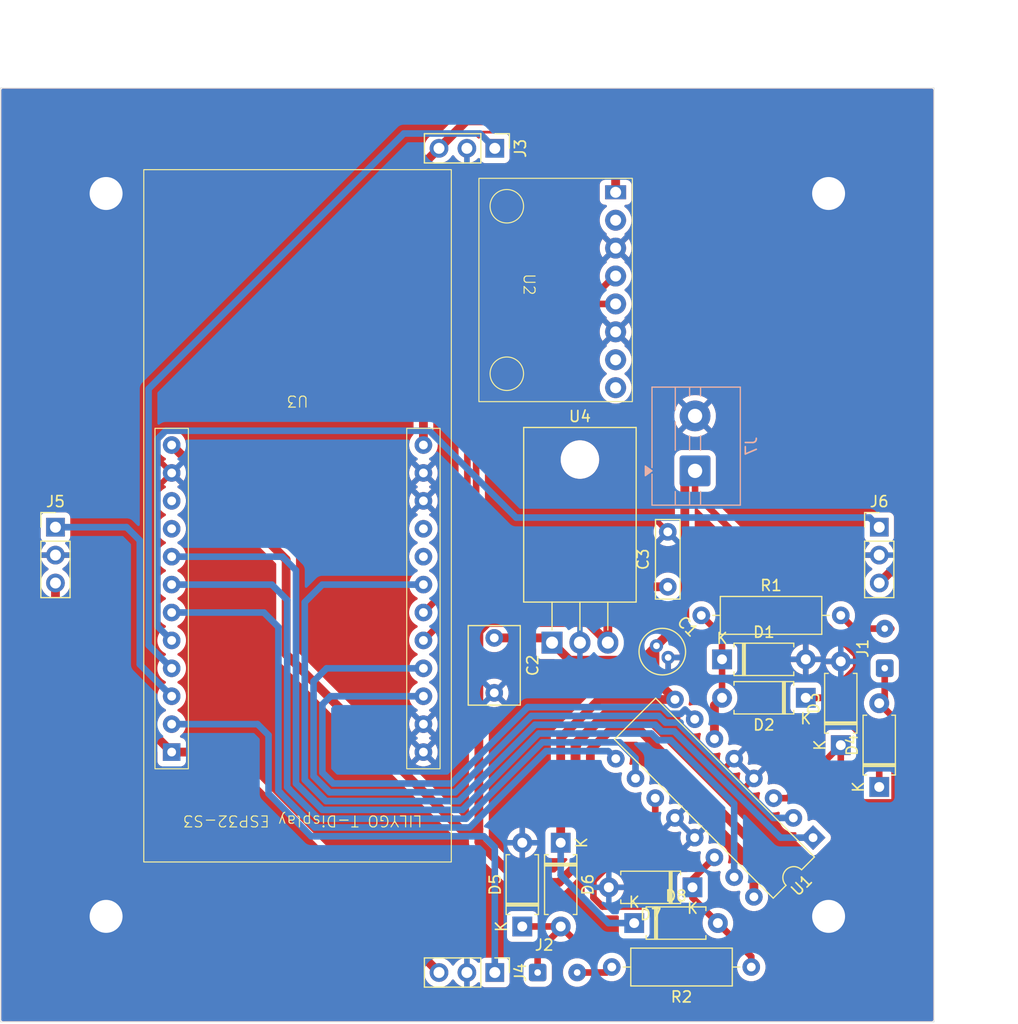
<source format=kicad_pcb>
(kicad_pcb (version 20241229) (generator "pcbnew") (generator_version "9.0")
  (layers (0 "F.Cu" signal) (2 "B.Cu" signal) (13 "F.Paste" user) (15 "B.Paste" user) (5 "F.SilkS" user "F.Silkscreen") (7 "B.SilkS" user "B.Silkscreen") (1 "F.Mask" user) (3 "B.Mask" user) (25 "Edge.Cuts" user))
  (net 0 "")
  (net 1 "/LDR.Forward")
  (net 2 "/LDR.Back")
  (net 3 "/LDR.Left")
  (net 4 "/LDR.Right")
  (net 5 "GND")
  (net 6 "VCC")
  (net 7 "Net-(D1-K)")
  (net 8 "Net-(D3-K)")
  (net 9 "Net-(D5-K)")
  (net 10 "Net-(D7-K)")
  (net 11 "Net-(J1-Pin_2)")
  (net 12 "Net-(J2-Pin_2)")
  (net 13 "+5V")
  (net 14 "/ACS_mag/mag2.CCW")
  (net 15 "/ACS_mag/mag1.CW")
  (net 16 "/ACS_mag/mag2.CW")
  (net 17 "/ACS_mag/mag2.EN")
  (net 18 "/ESP32/SDA")
  (net 21 "/ACS_mag/mag1.EN")
  (net 23 "+3.3V")
  (net 24 "/ACS_mag/mag1.CCW")
  (net 25 "/ESP32/SCL")
  (footprint "Capacitor_THT:C_Rect_L7.0mm_W4.5mm_P5.00mm" (layer "F.Cu") (at 129.45 107.55 -90)
    (property "Reference" "C2" (at 2.5 -3.5 270) (layer "F.SilkS"))
    (property "Value" "0.47uF")
    (fp_line (start -1.12 2.37) (end 6.12 2.37) (stroke (width 0.12)) (layer "F.SilkS"))
    (fp_line (start -1.12 -2.37) (end -1.12 2.37) (stroke (width 0.12)) (layer "F.SilkS"))
    (fp_line (start -1.12 -2.37) (end 6.12 -2.37) (stroke (width 0.12)) (layer "F.SilkS"))
    (fp_line (start 6.12 -2.37) (end 6.12 2.37) (stroke (width 0.12)) (layer "F.SilkS"))
    (pad "1" thru_hole circle (at 0 0 270) (size 1.6 1.6) (drill 0.8) (layers "*.Cu" "*.Mask") (net 6 "VCC"))
    (pad "2" thru_hole circle (at 5 0 270) (size 1.6 1.6) (drill 0.8) (layers "*.Cu" "*.Mask") (net 5 "GND"))
  )
  (footprint "Connector_Wire:SolderWire-0.1sqmm_1x02_P3.6mm_D0.4mm_OD1mm" (layer "F.Cu") (at 133.4 138)
    (property "Reference" "J2" (at 0.6 -2.5 0) (layer "F.SilkS"))
    (property "Value" "Conn_01x02")
    (pad "1" thru_hole roundrect (at 0 0) (size 1.6 1.6) (drill 0.6) (layers "*.Cu" "*.Mask") (roundrect_rratio 0.15625) (net 9 "Net-(D5-K)"))
    (pad "2" thru_hole circle (at 3.6 0) (size 1.6 1.6) (drill 0.6) (layers "*.Cu" "*.Mask") (net 12 "Net-(J2-Pin_2)"))
  )
  (footprint "Connector_Wire:SolderWire-0.1sqmm_1x02_P3.6mm_D0.4mm_OD1mm" (layer "F.Cu") (at 165 110.305 90)
    (property "Reference" "J1" (at 1.8 -2 90) (layer "F.SilkS"))
    (property "Value" "Conn_01x02")
    (pad "1" thru_hole roundrect (at 0 0 90) (size 1.6 1.6) (drill 0.6) (layers "*.Cu" "*.Mask") (roundrect_rratio 0.15625) (net 8 "Net-(D3-K)"))
    (pad "2" thru_hole circle (at 3.6 0 90) (size 1.6 1.6) (drill 0.6) (layers "*.Cu" "*.Mask") (net 11 "Net-(J1-Pin_2)"))
  )
  (footprint "Connector_PinHeader_2.54mm:PinHeader_1x03_P2.54mm_Vertical" (layer "F.Cu") (at 129.5 63 -90)
    (property "Reference" "J3" (at 0 -2.33 90) (layer "F.SilkS"))
    (property "Value" "Conn_01x03")
    (fp_line (start -1.33 6.41) (end 1.33 6.41) (stroke (width 0.12)) (layer "F.SilkS"))
    (fp_line (start -1.33 1.27) (end -1.33 6.41) (stroke (width 0.12)) (layer "F.SilkS"))
    (fp_line (start -1.33 1.27) (end 1.33 1.27) (stroke (width 0.12)) (layer "F.SilkS"))
    (fp_line (start 1.33 1.27) (end 1.33 6.41) (stroke (width 0.12)) (layer "F.SilkS"))
    (fp_line (start -1.33 0) (end -1.33 -1.33) (stroke (width 0.12)) (layer "F.SilkS"))
    (fp_line (start -1.33 -1.33) (end 0 -1.33) (stroke (width 0.12)) (layer "F.SilkS"))
    (pad "1" thru_hole rect (at 0 0 270) (size 1.7 1.7) (drill 1) (layers "*.Cu" "*.Mask") (net 1 "/LDR.Forward"))
    (pad "2" thru_hole oval (at 0 2.54 270) (size 1.7 1.7) (drill 1) (layers "*.Cu" "*.Mask") (net 5 "GND"))
    (pad "3" thru_hole oval (at 0 5.08 270) (size 1.7 1.7) (drill 1) (layers "*.Cu" "*.Mask") (net 23 "+3.3V"))
  )
  (footprint "Diode_THT:D_A-405_P7.62mm_Horizontal" (layer "F.Cu") (at 142.19 133.5)
    (property "Reference" "D8" (at 3.81 -2.47 0) (layer "F.SilkS"))
    (property "Value" "D")
    (fp_line (start 1.09 -1.47) (end 6.53 -1.47) (stroke (width 0.12)) (layer "F.SilkS"))
    (fp_line (start 1.09 -1.14) (end 1.09 -1.47) (stroke (width 0.12)) (layer "F.SilkS"))
    (fp_line (start 1.09 1.14) (end 1.09 1.47) (stroke (width 0.12)) (layer "F.SilkS"))
    (fp_line (start 1.09 1.47) (end 6.53 1.47) (stroke (width 0.12)) (layer "F.SilkS"))
    (fp_line (start 1.87 -1.47) (end 1.87 1.47) (stroke (width 0.12)) (layer "F.SilkS"))
    (fp_line (start 1.99 -1.47) (end 1.99 1.47) (stroke (width 0.12)) (layer "F.SilkS"))
    (fp_line (start 2.11 -1.47) (end 2.11 1.47) (stroke (width 0.12)) (layer "F.SilkS"))
    (fp_line (start 6.53 -1.47) (end 6.53 -1.14) (stroke (width 0.12)) (layer "F.SilkS"))
    (fp_line (start 6.53 1.47) (end 6.53 1.14) (stroke (width 0.12)) (layer "F.SilkS"))
    (fp_text user "K" (at 0 -1.9 0) (layer "F.SilkS"))
    (pad "1" thru_hole rect (at 0 0) (size 1.8 1.8) (drill 0.9) (layers "*.Cu" "*.Mask") (net 6 "VCC"))
    (pad "2" thru_hole oval (at 7.62 0) (size 1.8 1.8) (drill 0.9) (layers "*.Cu" "*.Mask") (net 10 "Net-(D7-K)"))
  )
  (footprint "Connector_PinHeader_2.54mm:PinHeader_1x03_P2.54mm_Vertical" (layer "F.Cu") (at 89.5 97.475)
    (property "Reference" "J5" (at 0 -2.33 0) (layer "F.SilkS"))
    (property "Value" "Conn_01x03")
    (fp_line (start -1.33 -1.33) (end 0 -1.33) (stroke (width 0.12)) (layer "F.SilkS"))
    (fp_line (start -1.33 0) (end -1.33 -1.33) (stroke (width 0.12)) (layer "F.SilkS"))
    (fp_line (start -1.33 1.27) (end -1.33 6.41) (stroke (width 0.12)) (layer "F.SilkS"))
    (fp_line (start -1.33 1.27) (end 1.33 1.27) (stroke (width 0.12)) (layer "F.SilkS"))
    (fp_line (start -1.33 6.41) (end 1.33 6.41) (stroke (width 0.12)) (layer "F.SilkS"))
    (fp_line (start 1.33 1.27) (end 1.33 6.41) (stroke (width 0.12)) (layer "F.SilkS"))
    (pad "1" thru_hole rect (at 0 0) (size 1.7 1.7) (drill 1) (layers "*.Cu" "*.Mask") (net 3 "/LDR.Left"))
    (pad "2" thru_hole oval (at 0 2.54) (size 1.7 1.7) (drill 1) (layers "*.Cu" "*.Mask") (net 5 "GND"))
    (pad "3" thru_hole oval (at 0 5.08) (size 1.7 1.7) (drill 1) (layers "*.Cu" "*.Mask") (net 23 "+3.3V"))
  )
  (footprint "Diode_THT:D_A-405_P7.62mm_Horizontal" (layer "F.Cu") (at 135.5 126.19 -90)
    (property "Reference" "D6" (at 3.81 -2.47 90) (layer "F.SilkS"))
    (property "Value" "D")
    (fp_line (start 1.09 1.47) (end 6.53 1.47) (stroke (width 0.12)) (layer "F.SilkS"))
    (fp_line (start 6.53 1.47) (end 6.53 1.14) (stroke (width 0.12)) (layer "F.SilkS"))
    (fp_line (start 1.09 1.14) (end 1.09 1.47) (stroke (width 0.12)) (layer "F.SilkS"))
    (fp_line (start 1.09 -1.14) (end 1.09 -1.47) (stroke (width 0.12)) (layer "F.SilkS"))
    (fp_line (start 1.09 -1.47) (end 6.53 -1.47) (stroke (width 0.12)) (layer "F.SilkS"))
    (fp_line (start 1.87 -1.47) (end 1.87 1.47) (stroke (width 0.12)) (layer "F.SilkS"))
    (fp_line (start 1.99 -1.47) (end 1.99 1.47) (stroke (width 0.12)) (layer "F.SilkS"))
    (fp_line (start 2.11 -1.47) (end 2.11 1.47) (stroke (width 0.12)) (layer "F.SilkS"))
    (fp_line (start 6.53 -1.47) (end 6.53 -1.14) (stroke (width 0.12)) (layer "F.SilkS"))
    (fp_text user "K" (at 0 -1.9 90) (layer "F.SilkS"))
    (pad "1" thru_hole rect (at 0 0 270) (size 1.8 1.8) (drill 0.9) (layers "*.Cu" "*.Mask") (net 6 "VCC"))
    (pad "2" thru_hole oval (at 7.62 0 270) (size 1.8 1.8) (drill 0.9) (layers "*.Cu" "*.Mask") (net 9 "Net-(D5-K)"))
  )
  (footprint "Diode_THT:D_A-405_P7.62mm_Horizontal" (layer "F.Cu") (at 150.19 109.5)
    (property "Reference" "D1" (at 3.81 -2.47 0) (layer "F.SilkS"))
    (property "Value" "D")
    (fp_line (start 1.09 -1.47) (end 6.53 -1.47) (stroke (width 0.12)) (layer "F.SilkS"))
    (fp_line (start 1.09 -1.14) (end 1.09 -1.47) (stroke (width 0.12)) (layer "F.SilkS"))
    (fp_line (start 1.09 1.14) (end 1.09 1.47) (stroke (width 0.12)) (layer "F.SilkS"))
    (fp_line (start 1.09 1.47) (end 6.53 1.47) (stroke (width 0.12)) (layer "F.SilkS"))
    (fp_line (start 1.87 -1.47) (end 1.87 1.47) (stroke (width 0.12)) (layer "F.SilkS"))
    (fp_line (start 1.99 -1.47) (end 1.99 1.47) (stroke (width 0.12)) (layer "F.SilkS"))
    (fp_line (start 2.11 -1.47) (end 2.11 1.47) (stroke (width 0.12)) (layer "F.SilkS"))
    (fp_line (start 6.53 -1.47) (end 6.53 -1.14) (stroke (width 0.12)) (layer "F.SilkS"))
    (fp_line (start 6.53 1.47) (end 6.53 1.14) (stroke (width 0.12)) (layer "F.SilkS"))
    (fp_text user "K" (at 0 -1.9 0) (layer "F.SilkS"))
    (pad "1" thru_hole rect (at 0 0) (size 1.8 1.8) (drill 0.9) (layers "*.Cu" "*.Mask") (net 7 "Net-(D1-K)"))
    (pad "2" thru_hole oval (at 7.62 0) (size 1.8 1.8) (drill 0.9) (layers "*.Cu" "*.Mask") (net 5 "GND"))
  )
  (footprint "Diode_THT:D_A-405_P7.62mm_Horizontal" (layer "F.Cu") (at 164.5 121.115 90)
    (property "Reference" "D4" (at 3.81 -2.47 90) (layer "F.SilkS"))
    (property "Value" "D")
    (fp_line (start 6.53 -1.47) (end 6.53 -1.14) (stroke (width 0.12)) (layer "F.SilkS"))
    (fp_line (start 2.11 -1.47) (end 2.11 1.47) (stroke (width 0.12)) (layer "F.SilkS"))
    (fp_line (start 1.99 -1.47) (end 1.99 1.47) (stroke (width 0.12)) (layer "F.SilkS"))
    (fp_line (start 1.87 -1.47) (end 1.87 1.47) (stroke (width 0.12)) (layer "F.SilkS"))
    (fp_line (start 1.09 -1.47) (end 6.53 -1.47) (stroke (width 0.12)) (layer "F.SilkS"))
    (fp_line (start 1.09 -1.14) (end 1.09 -1.47) (stroke (width 0.12)) (layer "F.SilkS"))
    (fp_line (start 1.09 1.14) (end 1.09 1.47) (stroke (width 0.12)) (layer "F.SilkS"))
    (fp_line (start 6.53 1.47) (end 6.53 1.14) (stroke (width 0.12)) (layer "F.SilkS"))
    (fp_line (start 1.09 1.47) (end 6.53 1.47) (stroke (width 0.12)) (layer "F.SilkS"))
    (fp_text user "K" (at 0 -1.9 90) (layer "F.SilkS"))
    (pad "1" thru_hole rect (at 0 0 90) (size 1.8 1.8) (drill 0.9) (layers "*.Cu" "*.Mask") (net 6 "VCC"))
    (pad "2" thru_hole oval (at 7.62 0 90) (size 1.8 1.8) (drill 0.9) (layers "*.Cu" "*.Mask") (net 8 "Net-(D3-K)"))
  )
  (footprint "Diode_THT:D_A-405_P7.62mm_Horizontal" (layer "F.Cu") (at 132 133.81 90)
    (property "Reference" "D5" (at 3.81 -2.47 90) (layer "F.SilkS"))
    (property "Value" "D")
    (fp_line (start 6.53 -1.47) (end 6.53 -1.14) (stroke (width 0.12)) (layer "F.SilkS"))
    (fp_line (start 2.11 -1.47) (end 2.11 1.47) (stroke (width 0.12)) (layer "F.SilkS"))
    (fp_line (start 1.99 -1.47) (end 1.99 1.47) (stroke (width 0.12)) (layer "F.SilkS"))
    (fp_line (start 1.87 -1.47) (end 1.87 1.47) (stroke (width 0.12)) (layer "F.SilkS"))
    (fp_line (start 1.09 -1.47) (end 6.53 -1.47) (stroke (width 0.12)) (layer "F.SilkS"))
    (fp_line (start 1.09 -1.14) (end 1.09 -1.47) (stroke (width 0.12)) (layer "F.SilkS"))
    (fp_line (start 1.09 1.14) (end 1.09 1.47) (stroke (width 0.12)) (layer "F.SilkS"))
    (fp_line (start 6.53 1.47) (end 6.53 1.14) (stroke (width 0.12)) (layer "F.SilkS"))
    (fp_line (start 1.09 1.47) (end 6.53 1.47) (stroke (width 0.12)) (layer "F.SilkS"))
    (fp_text user "K" (at 0 -1.9 90) (layer "F.SilkS"))
    (pad "1" thru_hole rect (at 0 0 90) (size 1.8 1.8) (drill 0.9) (layers "*.Cu" "*.Mask") (net 9 "Net-(D5-K)"))
    (pad "2" thru_hole oval (at 7.62 0 90) (size 1.8 1.8) (drill 0.9) (layers "*.Cu" "*.Mask") (net 5 "GND"))
  )
  (footprint "Diode_THT:D_A-405_P7.62mm_Horizontal" (layer "F.Cu") (at 147.5 130.25 180)
    (property "Reference" "D7" (at 3.81 -2.47 0) (layer "F.SilkS"))
    (property "Value" "D")
    (fp_line (start 6.53 1.47) (end 6.53 1.14) (stroke (width 0.12)) (layer "F.SilkS"))
    (fp_line (start 6.53 -1.47) (end 6.53 -1.14) (stroke (width 0.12)) (layer "F.SilkS"))
    (fp_line (start 2.11 -1.47) (end 2.11 1.47) (stroke (width 0.12)) (layer "F.SilkS"))
    (fp_line (start 1.99 -1.47) (end 1.99 1.47) (stroke (width 0.12)) (layer "F.SilkS"))
    (fp_line (start 1.87 -1.47) (end 1.87 1.47) (stroke (width 0.12)) (layer "F.SilkS"))
    (fp_line (start 1.09 1.47) (end 6.53 1.47) (stroke (width 0.12)) (layer "F.SilkS"))
    (fp_line (start 1.09 1.14) (end 1.09 1.47) (stroke (width 0.12)) (layer "F.SilkS"))
    (fp_line (start 1.09 -1.14) (end 1.09 -1.47) (stroke (width 0.12)) (layer "F.SilkS"))
    (fp_line (start 1.09 -1.47) (end 6.53 -1.47) (stroke (width 0.12)) (layer "F.SilkS"))
    (fp_text user "K" (at 0 -1.9 0) (layer "F.SilkS"))
    (pad "1" thru_hole rect (at 0 0 180) (size 1.8 1.8) (drill 0.9) (layers "*.Cu" "*.Mask") (net 10 "Net-(D7-K)"))
    (pad "2" thru_hole oval (at 7.62 0 180) (size 1.8 1.8) (drill 0.9) (layers "*.Cu" "*.Mask") (net 5 "GND"))
  )
  (footprint "Capacitor_THT:C_Radial_D4.0mm_H5.0mm_P1.50mm" (layer "F.Cu") (at 144.21967 108.26967 -45)
    (property "Reference" "C1" (at 0.75 -3.25 135) (layer "F.SilkS"))
    (property "Value" "C")
    (fp_circle (center 0.75 0) (end 2.869999 0) (stroke (width 0.12)) (fill no) (layer "F.SilkS"))
    (pad "1" thru_hole circle (at 0 0 315) (size 1.2 1.2) (drill 0.6) (layers "*.Cu" "*.Mask") (net 6 "VCC"))
    (pad "2" thru_hole circle (at 1.5 0 315) (size 1.2 1.2) (drill 0.6) (layers "*.Cu" "*.Mask") (net 5 "GND"))
  )
  (footprint "Resistor_THT:R_Axial_DIN0309_L9.0mm_D3.2mm_P12.70mm_Horizontal" (layer "F.Cu") (at 148.3 105.5)
    (property "Reference" "R1" (at 6.35 -2.72 0) (layer "F.SilkS"))
    (property "Value" "2.4 Ω")
    (fp_line (start 1.04 0) (end 1.73 0) (stroke (width 0.12)) (layer "F.SilkS"))
    (fp_line (start 1.73 -1.72) (end 1.73 1.72) (stroke (width 0.12)) (layer "F.SilkS"))
    (fp_line (start 1.73 1.72) (end 10.97 1.72) (stroke (width 0.12)) (layer "F.SilkS"))
    (fp_line (start 10.97 -1.72) (end 1.73 -1.72) (stroke (width 0.12)) (layer "F.SilkS"))
    (fp_line (start 10.97 1.72) (end 10.97 -1.72) (stroke (width 0.12)) (layer "F.SilkS"))
    (fp_line (start 11.66 0) (end 10.97 0) (stroke (width 0.12)) (layer "F.SilkS"))
    (pad "1" thru_hole circle (at 0 0) (size 1.6 1.6) (drill 0.8) (layers "*.Cu" "*.Mask") (net 7 "Net-(D1-K)"))
    (pad "2" thru_hole oval (at 12.7 0) (size 1.6 1.6) (drill 0.8) (layers "*.Cu" "*.Mask") (net 11 "Net-(J1-Pin_2)"))
  )
  (footprint "Capacitor_THT:C_Rect_L7.0mm_W2.0mm_P5.00mm" (layer "F.Cu") (at 145.25 102.9 90)
    (property "Reference" "C3" (at 2.5 -2.25 90) (layer "F.SilkS"))
    (property "Value" "0.1uF")
    (fp_line (start 6.12 -1.12) (end 6.12 1.12) (stroke (width 0.12)) (layer "F.SilkS"))
    (fp_line (start -1.12 -1.12) (end 6.12 -1.12) (stroke (width 0.12)) (layer "F.SilkS"))
    (fp_line (start -1.12 -1.12) (end -1.12 1.12) (stroke (width 0.12)) (layer "F.SilkS"))
    (fp_line (start -1.12 1.12) (end 6.12 1.12) (stroke (width 0.12)) (layer "F.SilkS"))
    (pad "1" thru_hole circle (at 0 0 90) (size 1.6 1.6) (drill 0.8) (layers "*.Cu" "*.Mask") (net 13 "+5V"))
    (pad "2" thru_hole circle (at 5 0 90) (size 1.6 1.6) (drill 0.8) (layers "*.Cu" "*.Mask") (net 5 "GND"))
  )
  (footprint "Connector_PinHeader_2.54mm:PinHeader_1x03_P2.54mm_Vertical" (layer "F.Cu") (at 164.5 97.475)
    (property "Reference" "J6" (at 0 -2.33 0) (layer "F.SilkS"))
    (property "Value" "Conn_01x03")
    (fp_line (start -1.33 -1.33) (end 0 -1.33) (stroke (width 0.12)) (layer "F.SilkS"))
    (fp_line (start -1.33 0) (end -1.33 -1.33) (stroke (width 0.12)) (layer "F.SilkS"))
    (fp_line (start -1.33 1.27) (end -1.33 6.41) (stroke (width 0.12)) (layer "F.SilkS"))
    (fp_line (start -1.33 1.27) (end 1.33 1.27) (stroke (width 0.12)) (layer "F.SilkS"))
    (fp_line (start -1.33 6.41) (end 1.33 6.41) (stroke (width 0.12)) (layer "F.SilkS"))
    (fp_line (start 1.33 1.27) (end 1.33 6.41) (stroke (width 0.12)) (layer "F.SilkS"))
    (pad "1" thru_hole rect (at 0 0) (size 1.7 1.7) (drill 1) (layers "*.Cu" "*.Mask") (net 4 "/LDR.Right"))
    (pad "2" thru_hole oval (at 0 2.54) (size 1.7 1.7) (drill 1) (layers "*.Cu" "*.Mask") (net 5 "GND"))
    (pad "3" thru_hole oval (at 0 5.08) (size 1.7 1.7) (drill 1) (layers "*.Cu" "*.Mask") (net 23 "+3.3V"))
  )
  (footprint "Diode_THT:D_A-405_P7.62mm_Horizontal" (layer "F.Cu") (at 161 117.31 90)
    (property "Reference" "D3" (at 3.81 -2.47 90) (layer "F.SilkS"))
    (property "Value" "D")
    (fp_line (start 6.53 -1.47) (end 6.53 -1.14) (stroke (width 0.12)) (layer "F.SilkS"))
    (fp_line (start 2.11 -1.47) (end 2.11 1.47) (stroke (width 0.12)) (layer "F.SilkS"))
    (fp_line (start 1.99 -1.47) (end 1.99 1.47) (stroke (width 0.12)) (layer "F.SilkS"))
    (fp_line (start 1.87 -1.47) (end 1.87 1.47) (stroke (width 0.12)) (layer "F.SilkS"))
    (fp_line (start 1.09 -1.47) (end 6.53 -1.47) (stroke (width 0.12)) (layer "F.SilkS"))
    (fp_line (start 1.09 -1.14) (end 1.09 -1.47) (stroke (width 0.12)) (layer "F.SilkS"))
    (fp_line (start 1.09 1.14) (end 1.09 1.47) (stroke (width 0.12)) (layer "F.SilkS"))
    (fp_line (start 6.53 1.47) (end 6.53 1.14) (stroke (width 0.12)) (layer "F.SilkS"))
    (fp_line (start 1.09 1.47) (end 6.53 1.47) (stroke (width 0.12)) (layer "F.SilkS"))
    (fp_text user "K" (at 0 -1.9 90) (layer "F.SilkS"))
    (pad "1" thru_hole rect (at 0 0 90) (size 1.8 1.8) (drill 0.9) (layers "*.Cu" "*.Mask") (net 8 "Net-(D3-K)"))
    (pad "2" thru_hole oval (at 7.62 0 90) (size 1.8 1.8) (drill 0.9) (layers "*.Cu" "*.Mask") (net 5 "GND"))
  )
  (footprint "Connector_PinHeader_2.54mm:PinHeader_1x03_P2.54mm_Vertical" (layer "F.Cu") (at 129.5 138 -90)
    (property "Reference" "J4" (at 0 -2.33 90) (layer "F.SilkS"))
    (property "Value" "Conn_01x03")
    (fp_line (start -1.33 6.41) (end 1.33 6.41) (stroke (width 0.12)) (layer "F.SilkS"))
    (fp_line (start -1.33 1.27) (end -1.33 6.41) (stroke (width 0.12)) (layer "F.SilkS"))
    (fp_line (start -1.33 1.27) (end 1.33 1.27) (stroke (width 0.12)) (layer "F.SilkS"))
    (fp_line (start 1.33 1.27) (end 1.33 6.41) (stroke (width 0.12)) (layer "F.SilkS"))
    (fp_line (start -1.33 0) (end -1.33 -1.33) (stroke (width 0.12)) (layer "F.SilkS"))
    (fp_line (start -1.33 -1.33) (end 0 -1.33) (stroke (width 0.12)) (layer "F.SilkS"))
    (pad "1" thru_hole rect (at 0 0 270) (size 1.7 1.7) (drill 1) (layers "*.Cu" "*.Mask") (net 2 "/LDR.Back"))
    (pad "2" thru_hole oval (at 0 2.54 270) (size 1.7 1.7) (drill 1) (layers "*.Cu" "*.Mask") (net 5 "GND"))
    (pad "3" thru_hole oval (at 0 5.08 270) (size 1.7 1.7) (drill 1) (layers "*.Cu" "*.Mask") (net 23 "+3.3V"))
  )
  (footprint "Diode_THT:D_A-405_P7.62mm_Horizontal" (layer "F.Cu") (at 157.81 113 180)
    (property "Reference" "D2" (at 3.81 -2.47 0) (layer "F.SilkS"))
    (property "Value" "D")
    (fp_line (start 6.53 1.47) (end 6.53 1.14) (stroke (width 0.12)) (layer "F.SilkS"))
    (fp_line (start 6.53 -1.47) (end 6.53 -1.14) (stroke (width 0.12)) (layer "F.SilkS"))
    (fp_line (start 2.11 -1.47) (end 2.11 1.47) (stroke (width 0.12)) (layer "F.SilkS"))
    (fp_line (start 1.99 -1.47) (end 1.99 1.47) (stroke (width 0.12)) (layer "F.SilkS"))
    (fp_line (start 1.87 -1.47) (end 1.87 1.47) (stroke (width 0.12)) (layer "F.SilkS"))
    (fp_line (start 1.09 1.47) (end 6.53 1.47) (stroke (width 0.12)) (layer "F.SilkS"))
    (fp_line (start 1.09 1.14) (end 1.09 1.47) (stroke (width 0.12)) (layer "F.SilkS"))
    (fp_line (start 1.09 -1.14) (end 1.09 -1.47) (stroke (width 0.12)) (layer "F.SilkS"))
    (fp_line (start 1.09 -1.47) (end 6.53 -1.47) (stroke (width 0.12)) (layer "F.SilkS"))
    (fp_text user "K" (at 0 -1.9 0) (layer "F.SilkS"))
    (pad "1" thru_hole rect (at 0 0 180) (size 1.8 1.8) (drill 0.9) (layers "*.Cu" "*.Mask") (net 6 "VCC"))
    (pad "2" thru_hole oval (at 7.62 0 180) (size 1.8 1.8) (drill 0.9) (layers "*.Cu" "*.Mask") (net 7 "Net-(D1-K)"))
  )
  (footprint "Package_TO_SOT_THT:TO-220-3_Horizontal_TabDown" (layer "F.Cu") (at 134.71 107.98)
    (property "Reference" "U4" (at 2.54 -20.58 0) (layer "F.SilkS"))
    (property "Value" "L7805")
    (fp_line (start -2.58 -19.58) (end -2.58 -3.69) (stroke (width 0.12)) (layer "F.SilkS"))
    (fp_line (start -2.58 -19.58) (end 7.66 -19.58) (stroke (width 0.12)) (layer "F.SilkS"))
    (fp_line (start -2.58 -3.69) (end 7.66 -3.69) (stroke (width 0.12)) (layer "F.SilkS"))
    (fp_line (start 0 -3.69) (end 0 -1.15) (stroke (width 0.12)) (layer "F.SilkS"))
    (fp_line (start 2.54 -3.69) (end 2.54 -1.15) (stroke (width 0.12)) (layer "F.SilkS"))
    (fp_line (start 5.08 -3.69) (end 5.08 -1.15) (stroke (width 0.12)) (layer "F.SilkS"))
    (fp_line (start 7.66 -19.58) (end 7.66 -3.69) (stroke (width 0.12)) (layer "F.SilkS"))
    (pad "" np_thru_hole circle (at 2.54 -16.66) (size 3.5 3.5) (drill 3.5) (layers "*.Cu" "*.Mask"))
    (pad "1" thru_hole rect (at 0 0) (size 1.905 2) (drill 1.1) (layers "*.Cu" "*.Mask") (net 6 "VCC"))
    (pad "2" thru_hole oval (at 2.54 0) (size 1.905 2) (drill 1.1) (layers "*.Cu" "*.Mask") (net 5 "GND"))
    (pad "3" thru_hole oval (at 5.08 0) (size 1.905 2) (drill 1.1) (layers "*.Cu" "*.Mask") (net 13 "+5V"))
  )
  (footprint "ESP32_boards:LILYGO_T-Display_ESP32-S3" (layer "F.Cu") (at 111.54 127.94 180)
    (property "Reference" "U3" (at 0 41.934 180) (layer "F.SilkS") (effects (font (thickness 0.1))))
    (property "Value" "~")
    (fp_poly (pts (xy 9.939999 8.479999) (xy 12.980001 8.480001) (xy 12.98 39.460001) (xy 9.94 39.46)) (stroke (width 0.1)) (fill no) (layer "F.SilkS"))
    (fp_poly (pts (xy -9.94 8.48) (xy -12.980001 8.48) (xy -12.98 39.460001) (xy -9.94 39.46)) (stroke (width 0.1)) (fill no) (layer "F.SilkS"))
    (fp_poly (pts (xy -14 0) (xy 14 0) (xy 13.999999 63) (xy -14 63)) (stroke (width 0.1)) (fill no) (layer "F.SilkS"))
    (fp_text user "LILYGO T-Display ESP32-S3" (at -11.43 4.318001 180) (layer "F.SilkS") (effects (font (thickness 0.1)) (justify left bottom)))
    (pad "1" thru_hole rect (at 11.46 10 180) (size 1.6 1.6) (drill 0.8) (layers "*.Cu" "*.Mask") (net 23 "+3.3V"))
    (pad "2" thru_hole circle (at 11.46 12.54 180) (size 1.6 1.6) (drill 0.8) (layers "*.Cu" "*.Mask") (net 2 "/LDR.Back"))
    (pad "3" thru_hole circle (at 11.459999 15.080001 180) (size 1.6 1.6) (drill 0.8) (layers "*.Cu" "*.Mask") (net 3 "/LDR.Left"))
    (pad "4" thru_hole circle (at 11.46 17.62 180) (size 1.6 1.6) (drill 0.8) (layers "*.Cu" "*.Mask") (net 1 "/LDR.Forward"))
    (pad "5" thru_hole circle (at 11.46 20.16 180) (size 1.6 1.6) (drill 0.8) (layers "*.Cu" "*.Mask") (net 4 "/LDR.Right"))
    (pad "6" thru_hole circle (at 11.46 22.7 180) (size 1.6 1.6) (drill 0.8) (layers "*.Cu" "*.Mask") (net 17 "/ACS_mag/mag2.EN"))
    (pad "7" thru_hole circle (at 11.46 25.24 180) (size 1.6 1.6) (drill 0.8) (layers "*.Cu" "*.Mask") (net 14 "/ACS_mag/mag2.CCW"))
    (pad "8" thru_hole circle (at 11.46 27.78 180) (size 1.6 1.6) (drill 0.8) (layers "*.Cu" "*.Mask") (net 16 "/ACS_mag/mag2.CW"))
    (pad "9" thru_hole circle (at 11.46 30.32 180) (size 1.6 1.6) (drill 0.8) (layers "*.Cu" "*.Mask"))
    (pad "10" thru_hole circle (at 11.46 32.86 180) (size 1.6 1.6) (drill 0.8) (layers "*.Cu" "*.Mask"))
    (pad "11" thru_hole circle (at 11.46 35.4 180) (size 1.6 1.6) (drill 0.8) (layers "*.Cu" "*.Mask") (net 5 "GND"))
    (pad "12" thru_hole circle (at 11.46 37.94 180) (size 1.6 1.6) (drill 0.8) (layers "*.Cu" "*.Mask") (net 13 "+5V"))
    (pad "13" thru_hole circle (at -11.46 10 180) (size 1.6 1.6) (drill 0.8) (layers "*.Cu" "*.Mask") (net 5 "GND"))
    (pad "14" thru_hole circle (at -11.46 12.54 180) (size 1.6 1.6) (drill 0.8) (layers "*.Cu" "*.Mask") (net 5 "GND"))
    (pad "15" thru_hole circle (at -11.46 15.08 180) (size 1.6 1.6) (drill 0.8) (layers "*.Cu" "*.Mask") (net 15 "/ACS_mag/mag1.CW"))
    (pad "16" thru_hole circle (at -11.46 17.62 180) (size 1.6 1.6) (drill 0.8) (layers "*.Cu" "*.Mask") (net 24 "/ACS_mag/mag1.CCW"))
    (pad "17" thru_hole circle (at -11.46 20.16 180) (size 1.6 1.6) (drill 0.8) (layers "*.Cu" "*.Mask") (net 18 "/ESP32/SDA"))
    (pad "18" thru_hole circle (at -11.46 22.7 180) (size 1.6 1.6) (drill 0.8) (layers "*.Cu" "*.Mask") (net 25 "/ESP32/SCL"))
    (pad "19" thru_hole circle (at -11.46 25.24 180) (size 1.6 1.6) (drill 0.8) (layers "*.Cu" "*.Mask") (net 21 "/ACS_mag/mag1.EN"))
    (pad "20" thru_hole circle (at -11.46 27.78 180) (size 1.6 1.6) (drill 0.8) (layers "*.Cu" "*.Mask"))
    (pad "21" thru_hole circle (at -11.46 30.32 180) (size 1.6 1.6) (drill 0.8) (layers "*.Cu" "*.Mask"))
    (pad "22" thru_hole circle (at -11.46 32.860001 180) (size 1.6 1.6) (drill 0.8) (layers "*.Cu" "*.Mask") (net 5 "GND"))
    (pad "23" thru_hole circle (at -11.46 35.4 180) (size 1.6 1.6) (drill 0.8) (layers "*.Cu" "*.Mask") (net 5 "GND"))
    (pad "24" thru_hole circle (at -11.46 37.94 180) (size 1.6 1.6) (drill 0.8) (layers "*.Cu" "*.Mask") (net 23 "+3.3V"))
  )
  (footprint "Package_DIP:DIP-16_W7.62mm" (layer "F.Cu") (at 158.476307 125.726307 -135)
    (property "Reference" "U1" (at 3.81 -2.33 45) (layer "F.SilkS"))
    (property "Value" "L293")
    (fp_line (start 6.46 19.11) (end 6.46 -1.33) (stroke (width 0.12)) (layer "F.SilkS"))
    (fp_line (start 1.159999 19.11) (end 6.46 19.11) (stroke (width 0.12)) (layer "F.SilkS"))
    (fp_line (start 6.46 -1.33) (end 4.810001 -1.33) (stroke (width 0.12)) (layer "F.SilkS"))
    (fp_line (start 2.81 -1.33) (end 1.16 -1.33) (stroke (width 0.12)) (layer "F.SilkS"))
    (fp_line (start 1.16 -1.33) (end 1.159999 19.11) (stroke (width 0.12)) (layer "F.SilkS"))
    (fp_arc (start 4.810001 -1.33) (mid 3.81 -0.33) (end 2.81 -1.33) (stroke (width 0.12)) (layer "F.SilkS"))
    (pad "1" thru_hole rect (at 0 0 225) (size 1.6 1.6) (drill 0.8) (layers "*.Cu" "*.Mask") (net 21 "/ACS_mag/mag1.EN"))
    (pad "2" thru_hole oval (at 0 2.54 225) (size 1.6 1.6) (drill 0.8) (layers "*.Cu" "*.Mask") (net 24 "/ACS_mag/mag1.CCW"))
    (pad "3" thru_hole oval (at 0 5.079999 225) (size 1.6 1.6) (drill 0.8) (layers "*.Cu" "*.Mask") (net 8 "Net-(D3-K)"))
    (pad "4" thru_hole oval (at 0 7.62 225) (size 1.6 1.6) (drill 0.8) (layers "*.Cu" "*.Mask") (net 5 "GND"))
    (pad "5" thru_hole oval (at 0 10.16 225) (size 1.6 1.6) (drill 0.8) (layers "*.Cu" "*.Mask") (net 5 "GND"))
    (pad "6" thru_hole oval (at 0 12.7 225) (size 1.6 1.6) (drill 0.8) (layers "*.Cu" "*.Mask") (net 7 "Net-(D1-K)"))
    (pad "7" thru_hole oval (at 0 15.24 225) (size 1.6 1.6) (drill 0.8) (layers "*.Cu" "*.Mask") (net 15 "/ACS_mag/mag1.CW"))
    (pad "8" thru_hole oval (at 0 17.780001 225) (size 1.6 1.6) (drill 0.8) (layers "*.Cu" "*.Mask") (net 6 "VCC"))
    (pad "9" thru_hole oval (at 7.62 17.78 225) (size 1.6 1.6) (drill 0.8) (layers "*.Cu" "*.Mask") (net 17 "/ACS_mag/mag2.EN"))
    (pad "10" thru_hole oval (at 7.62 15.24 225) (size 1.6 1.6) (drill 0.8) (layers "*.Cu" "*.Mask") (net 14 "/ACS_mag/mag2.CCW"))
    (pad "11" thru_hole oval (at 7.62 12.7 225) (size 1.6 1.6) (drill 0.8) (layers "*.Cu" "*.Mask") (net 9 "Net-(D5-K)"))
    (pad "12" thru_hole oval (at 7.62 10.16 225) (size 1.6 1.6) (drill 0.8) (layers "*.Cu" "*.Mask") (net 5 "GND"))
    (pad "13" thru_hole oval (at 7.62 7.62 225) (size 1.6 1.6) (drill 0.8) (layers "*.Cu" "*.Mask") (net 5 "GND"))
    (pad "14" thru_hole oval (at 7.62 5.08 225) (size 1.6 1.6) (drill 0.8) (layers "*.Cu" "*.Mask") (net 10 "Net-(D7-K)"))
    (pad "15" thru_hole oval (at 7.62 2.54 225) (size 1.6 1.6) (drill 0.8) (layers "*.Cu" "*.Mask") (net 16 "/ACS_mag/mag2.CW"))
    (pad "16" thru_hole oval (at 7.62 0 225) (size 1.6 1.6) (drill 0.8) (layers "*.Cu" "*.Mask") (net 13 "+5V"))
  )
  (footprint "Resistor_THT:R_Axial_DIN0309_L9.0mm_D3.2mm_P12.70mm_Horizontal" (layer "F.Cu") (at 152.85 137.5 180)
    (property "Reference" "R2" (at 6.35 -2.72 0) (layer "F.SilkS"))
    (property "Value" "2.4 Ω")
    (fp_line (start 11.66 0) (end 10.97 0) (stroke (width 0.12)) (layer "F.SilkS"))
    (fp_line (start 10.97 1.72) (end 10.97 -1.72) (stroke (width 0.12)) (layer "F.SilkS"))
    (fp_line (start 10.97 -1.72) (end 1.73 -1.72) (stroke (width 0.12)) (layer "F.SilkS"))
    (fp_line (start 1.73 1.72) (end 10.97 1.72) (stroke (width 0.12)) (layer "F.SilkS"))
    (fp_line (start 1.73 -1.72) (end 1.73 1.72) (stroke (width 0.12)) (layer "F.SilkS"))
    (fp_line (start 1.04 0) (end 1.73 0) (stroke (width 0.12)) (layer "F.SilkS"))
    (pad "1" thru_hole circle (at 0 0 180) (size 1.6 1.6) (drill 0.8) (layers "*.Cu" "*.Mask") (net 10 "Net-(D7-K)"))
    (pad "2" thru_hole oval (at 12.7 0 180) (size 1.6 1.6) (drill 0.8) (layers "*.Cu" "*.Mask") (net 12 "Net-(J2-Pin_2)"))
  )
  (footprint "custom:GY-91" (layer "F.Cu") (at 135.166 75.382)
    (property "Reference" "U2" (at -2.54 0 270) (layer "F.SilkS") (effects (font (thickness 0.1))))
    (property "Value" "~")
    (fp_rect (start -7.112 -9.652) (end 6.858 10.668) (stroke (width 0.1)) (fill no) (layer "F.SilkS"))
    (fp_circle (center -4.572 -7.112) (end -3.048 -7.112) (stroke (width 0.1)) (fill no) (layer "F.SilkS"))
    (fp_circle (center -4.572 8.128) (end -3.048 8.128) (stroke (width 0.1)) (fill no) (layer "F.SilkS"))
    (pad "1" thru_hole rect (at 5.334 -8.382) (size 1.905 1.27) (drill 1) (layers "*.Cu" "*.Mask") (net 23 "+3.3V"))
    (pad "2" thru_hole circle (at 5.334 -5.842) (size 1.905 1.905) (drill 1) (layers "*.Cu" "*.Mask"))
    (pad "3" thru_hole circle (at 5.334 -3.302) (size 1.905 1.905) (drill 1) (layers "*.Cu" "*.Mask") (net 5 "GND"))
    (pad "4" thru_hole circle (at 5.334 -0.762) (size 1.905 1.905) (drill 1) (layers "*.Cu" "*.Mask") (net 25 "/ESP32/SCL"))
    (pad "5" thru_hole circle (at 5.334 1.778) (size 1.905 1.905) (drill 1) (layers "*.Cu" "*.Mask") (net 18 "/ESP32/SDA"))
    (pad "6" thru_hole circle (at 5.334 4.318) (size 1.905 1.905) (drill 1) (layers "*.Cu" "*.Mask") (net 5 "GND"))
    (pad "7" thru_hole circle (at 5.334 6.858) (size 1.905 1.905) (drill 1) (layers "*.Cu" "*.Mask"))
    (pad "8" thru_hole circle (at 5.334 9.398) (size 1.905 1.905) (drill 1) (layers "*.Cu" "*.Mask"))
  )
  (footprint "TerminalBlock:TerminalBlock_MaiXu_MX126-5.0-02P_1x02_P5.00mm" (layer "B.Cu") (at 147.7325 92.35 90)
    (property "Reference" "J7" (at 2.25 5.12 90) (layer "B.SilkS") (effects (justify mirror)))
    (property "Value" "Conn_01x02_Pin")
    (fp_line (start 0.3 -3.92) (end 7.62 -3.92) (stroke (width 0.12)) (layer "B.SilkS"))
    (fp_line (start -3.12 -3.92) (end -0.3 -3.92) (stroke (width 0.12)) (layer "B.SilkS"))
    (fp_line (start 5.543 -1.8) (end 7.62 -1.8) (stroke (width 0.12)) (layer "B.SilkS"))
    (fp_line (start 1.88 -1.8) (end 4.457 -1.8) (stroke (width 0.12)) (layer "B.SilkS"))
    (fp_line (start -3.12 -1.8) (end -1.88 -1.8) (stroke (width 0.12)) (layer "B.SilkS"))
    (fp_line (start 6.812 -0.5) (end 7.62 -0.5) (stroke (width 0.12)) (layer "B.SilkS"))
    (fp_line (start 1.88 -0.5) (end 3.188 -0.5) (stroke (width 0.12)) (layer "B.SilkS"))
    (fp_line (start -3.12 -0.5) (end -1.88 -0.5) (stroke (width 0.12)) (layer "B.SilkS"))
    (fp_line (start 6.812 0.5) (end 7.62 0.5) (stroke (width 0.12)) (layer "B.SilkS"))
    (fp_line (start 1.88 0.5) (end 3.188 0.5) (stroke (width 0.12)) (layer "B.SilkS"))
    (fp_line (start -3.12 0.5) (end -1.88 0.5) (stroke (width 0.12)) (layer "B.SilkS"))
    (fp_line (start 7.62 4.12) (end 7.62 -3.92) (stroke (width 0.12)) (layer "B.SilkS"))
    (fp_line (start -3.12 4.12) (end -3.12 -3.92) (stroke (width 0.12)) (layer "B.SilkS"))
    (fp_line (start -3.12 4.12) (end 7.62 4.12) (stroke (width 0.12)) (layer "B.SilkS"))
    (fp_poly (pts (xy 0 -3.92) (xy 0.44 -4.53) (xy -0.44 -4.53)) (stroke (width 0.12)) (fill yes) (layer "B.SilkS"))
    (pad "1" thru_hole roundrect (at 0 0 90) (size 2.8 2.8) (drill 1.3) (layers "*.Cu" "*.Mask") (roundrect_rratio 0.089286) (net 6 "VCC"))
    (pad "2" thru_hole circle (at 5 0 90) (size 2.8 2.8) (drill 1.3) (layers "*.Cu" "*.Mask") (net 5 "GND"))
  )
  (gr_rect (start 84.5 57.5) (end 169.5 142.5) (stroke (width 0.05)) (fill no) (layer "Edge.Cuts"))
  (gr_text "Right →" (at 159.4 95.05 0) (layer "F.Cu" knockout) (effects (font (size 1 1)) (justify left bottom)))
  (gr_text "Front ↑" (at 131.5 62.5 0) (layer "F.Cu" knockout) (effects (font (size 1 1)) (justify left bottom)))
  (gr_text "← Left" (at 87.5 95.5 0) (layer "F.Cu" knockout) (effects (font (size 1 1)) (justify left bottom)))
  (gr_text "Back ↓" (at 117 139.5 0) (layer "F.Cu" knockout) (effects (font (size 1 1)) (justify left bottom)))
  (gr_text "Gruppe 214 \nESD2 \nV.1" (at 148.05 80.9 0) (layer "F.Cu" knockout) (effects (font (size 1.5 1.5) (thickness 0.3) (bold yes)) (justify left bottom)))
  (segment (start 97.978 108.218) (end 97.978 84.889214) (width 0.6) (layer "B.Cu") (net 1))
  (segment (start 128.149 61.649) (end 129.5 63) (width 0.6) (layer "B.Cu") (net 1))
  (segment (start 100.08 110.32) (end 97.978 108.218) (width 0.6) (layer "B.Cu") (net 1))
  (segment (start 97.978 84.889214) (end 121.218214 61.649) (width 0.6) (layer "B.Cu") (net 1))
  (segment (start 121.218214 61.649) (end 128.149 61.649) (width 0.6) (layer "B.Cu") (net 1))
  (segment (start 100.08 115.4) (end 107.9 115.4) (width 0.6) (layer "B.Cu") (net 2))
  (segment (start 129.5 126.602) (end 129.5 138) (width 0.6) (layer "B.Cu") (net 2))
  (segment (start 108.898001 116.398001) (end 108.898001 121.713572) (width 0.6) (layer "B.Cu") (net 2))
  (segment (start 107.9 115.4) (end 108.898001 116.398001) (width 0.6) (layer "B.Cu") (net 2))
  (segment (start 112.78643 125.602) (end 128.5 125.602) (width 0.6) (layer "B.Cu") (net 2))
  (segment (start 128.5 125.602) (end 129.5 126.602) (width 0.6) (layer "B.Cu") (net 2))
  (segment (start 108.898001 121.713572) (end 112.78643 125.602) (width 0.6) (layer "B.Cu") (net 2))
  (segment (start 95.975 97.475) (end 97.177 98.677) (width 0.6) (layer "B.Cu") (net 3))
  (segment (start 97.177 98.677) (end 97.177 109.956998) (width 0.6) (layer "B.Cu") (net 3))
  (segment (start 89.5 97.475) (end 95.975 97.475) (width 0.6) (layer "B.Cu") (net 3))
  (segment (start 97.177 109.956998) (end 100.080001 112.859999) (width 0.6) (layer "B.Cu") (net 3))
  (segment (start 98.779 106.479) (end 100.08 107.78) (width 0.6) (layer "B.Cu") (net 4))
  (segment (start 164.5 97.475) (end 163.624 96.599) (width 0.6) (layer "B.Cu") (net 4))
  (segment (start 163.624 96.599) (end 131.438892 96.599) (width 0.6) (layer "B.Cu") (net 4))
  (segment (start 131.438892 96.599) (end 123.538892 88.699) (width 0.6) (layer "B.Cu") (net 4))
  (segment (start 98.779 89.461108) (end 98.779 106.479) (width 0.6) (layer "B.Cu") (net 4))
  (segment (start 99.541108 88.699) (end 98.779 89.461108) (width 0.6) (layer "B.Cu") (net 4))
  (segment (start 123.538892 88.699) (end 99.541108 88.699) (width 0.6) (layer "B.Cu") (net 4))
  (via (at 94.11 67.11) (size 7) (drill 3) (layers "F.Cu" "B.Cu") (net 5))
  (via (at 159.89 132.89) (size 7) (drill 3) (layers "F.Cu" "B.Cu") (net 5))
  (via (at 94.11 132.89) (size 7) (drill 3) (layers "F.Cu" "B.Cu") (net 5))
  (via (at 159.89 67.11) (size 7) (drill 3) (layers "F.Cu" "B.Cu") (net 5))
  (segment (start 147.7325 94.441186) (end 147.7325 92.35) (width 0.6) (layer "F.Cu") (net 6))
  (segment (start 159.492 113) (end 164.5 118.008) (width 0.6) (layer "F.Cu") (net 6))
  (segment (start 142.90834 109.581) (end 136.311 109.581) (width 0.8) (layer "F.Cu") (net 6))
  (segment (start 144.21967 108.26967) (end 146.8 105.68934) (width 0.8) (layer "F.Cu") (net 6))
  (segment (start 144.07933 108.41001) (end 144.21967 108.26967) (width 0.8) (layer "F.Cu") (net 6))
  (segment (start 135.5 126.19) (end 135.5 116.65) (width 0.8) (layer "F.Cu") (net 6))
  (segment (start 129.45 107.55) (end 134.28 107.55) (width 0.8) (layer "F.Cu") (net 6))
  (segment (start 159.671314 113) (end 162.401 110.270314) (width 0.6) (layer "F.Cu") (net 6))
  (segment (start 136.311 109.581) (end 134.71 107.98) (width 0.8) (layer "F.Cu") (net 6))
  (segment (start 162.401 110.270314) (end 162.401 109.109686) (width 0.6) (layer "F.Cu") (net 6))
  (segment (start 134.28 107.55) (end 134.71 107.98) (width 0.8) (layer "F.Cu") (net 6))
  (segment (start 164.5 118.008) (end 164.5 121.115) (width 0.6) (layer "F.Cu") (net 6))
  (segment (start 162.401 109.109686) (end 147.7325 94.441186) (width 0.6) (layer "F.Cu") (net 6))
  (segment (start 157.81 113) (end 159.492 113) (width 0.6) (layer "F.Cu") (net 6))
  (segment (start 144.21967 108.26967) (end 142.90834 109.581) (width 0.8) (layer "F.Cu") (net 6))
  (segment (start 135.5 116.65) (end 138.996052 113.153948) (width 0.8) (layer "F.Cu") (net 6))
  (segment (start 146.8 105.68934) (end 146.8 93.2825) (width 0.8) (layer "F.Cu") (net 6))
  (segment (start 144.07933 111.32933) (end 144.07933 108.41001) (width 0.8) (layer "F.Cu") (net 6))
  (segment (start 157.81 113) (end 159.671314 113) (width 0.6) (layer "F.Cu") (net 6))
  (segment (start 138.996052 113.153948) (end 145.903948 113.153948) (width 0.8) (layer "F.Cu") (net 6))
  (segment (start 146.8 93.2825) (end 147.7325 92.35) (width 0.8) (layer "F.Cu") (net 6))
  (segment (start 145.903948 113.153948) (end 144.07933 111.32933) (width 0.8) (layer "F.Cu") (net 6))
  (segment (start 142.19 133.5) (end 139.85 133.5) (width 0.6) (layer "B.Cu") (net 6))
  (segment (start 139.85 133.5) (end 135.5 129.15) (width 0.6) (layer "B.Cu") (net 6))
  (segment (start 135.5 129.15) (end 135.5 126.19) (width 0.6) (layer "B.Cu") (net 6))
  (segment (start 149.496051 116.746051) (end 149.496051 113.693949) (width 0.8) (layer "F.Cu") (net 7))
  (segment (start 150.19 109.5) (end 150.19 107.39) (width 0.6) (layer "F.Cu") (net 7))
  (segment (start 150.19 107.39) (end 148.3 105.5) (width 0.6) (layer "F.Cu") (net 7))
  (segment (start 150.19 113) (end 150.19 109.5) (width 0.6) (layer "F.Cu") (net 7))
  (segment (start 149.496051 113.693949) (end 150.19 113) (width 0.8) (layer "F.Cu") (net 7))
  (segment (start 161 117.31) (end 161 117.907898) (width 0.6) (layer "F.Cu") (net 8))
  (segment (start 161 120.5) (end 161 117.31) (width 0.6) (layer "F.Cu") (net 8))
  (segment (start 165.901 114.896) (end 165.901 122.516) (width 0.6) (layer "F.Cu") (net 8))
  (segment (start 156.175795 122.134205) (end 154.884205 122.134205) (width 0.6) (layer "F.Cu") (net 8))
  (segment (start 165 112.995) (end 164.5 113.495) (width 0.6) (layer "F.Cu") (net 8))
  (segment (start 165.901 122.516) (end 163.016 122.516) (width 0.6) (layer "F.Cu") (net 8))
  (segment (start 161 117.31) (end 156.175795 122.134205) (width 0.6) (layer "F.Cu") (net 8))
  (segment (start 163.016 122.516) (end 161 120.5) (width 0.6) (layer "F.Cu") (net 8))
  (segment (start 165 110.305) (end 165 112.995) (width 0.6) (layer "F.Cu") (net 8))
  (segment (start 164.5 113.495) (end 165.901 114.896) (width 0.6) (layer "F.Cu") (net 8))
  (segment (start 135.5 134) (end 133.4 136.1) (width 0.6) (layer "F.Cu") (net 9))
  (segment (start 138.479 129.65259) (end 138.479 131.179) (width 0.6) (layer "F.Cu") (net 9))
  (segment (start 139.3 132) (end 144.15 132) (width 0.6) (layer "F.Cu") (net 9))
  (segment (start 144.15 132) (end 144.6 132.45) (width 0.6) (layer "F.Cu") (net 9))
  (segment (start 138.479 131.179) (end 139.3 132) (width 0.6) (layer "F.Cu") (net 9))
  (segment (start 137.24 135.55) (end 135.5 133.81) (width 0.6) (layer "F.Cu") (net 9))
  (segment (start 144 135.55) (end 137.24 135.55) (width 0.6) (layer "F.Cu") (net 9))
  (segment (start 132 133.81) (end 135.5 133.81) (width 0.6) (layer "F.Cu") (net 9))
  (segment (start 133.4 136.1) (end 133.4 138) (width 0.6) (layer "F.Cu") (net 9))
  (segment (start 144.107897 124.023693) (end 138.479 129.65259) (width 0.6) (layer "F.Cu") (net 9))
  (segment (start 135.5 133.81) (end 135.5 134) (width 0.6) (layer "F.Cu") (net 9))
  (segment (start 144.6 132.45) (end 144.6 134.95) (width 0.6) (layer "F.Cu") (net 9))
  (segment (start 144.6 134.95) (end 144 135.55) (width 0.6) (layer "F.Cu") (net 9))
  (segment (start 144.107897 122.134205) (end 144.107897 124.023693) (width 0.6) (layer "F.Cu") (net 9))
  (segment (start 147.5 130.25) (end 147.5 131.19) (width 0.6) (layer "F.Cu") (net 10))
  (segment (start 152.85 136.54) (end 149.81 133.5) (width 0.6) (layer "F.Cu") (net 10))
  (segment (start 147.5 130.25) (end 147.5 129.518409) (width 0.6) (layer "F.Cu") (net 10))
  (segment (start 152.85 137.5) (end 152.85 136.54) (width 0.6) (layer "F.Cu") (net 10))
  (segment (start 147.5 129.518409) (end 149.496051 127.522358) (width 0.6) (layer "F.Cu") (net 10))
  (segment (start 147.5 131.19) (end 149.81 133.5) (width 0.6) (layer "F.Cu") (net 10))
  (segment (start 165.6 106.705) (end 162.205 106.705) (width 0.6) (layer "F.Cu") (net 11))
  (segment (start 162.205 106.705) (end 161 105.5) (width 0.6) (layer "F.Cu") (net 11))
  (segment (start 137 138) (end 139.65 138) (width 0.6) (layer "F.Cu") (net 12))
  (segment (start 139.65 138) (end 140.15 137.5) (width 0.6) (layer "F.Cu") (net 12))
  (segment (start 142.85 116.1) (end 153.088153 126.338153) (width 0.8) (layer "F.Cu") (net 13))
  (segment (start 145.25 102.9) (end 142.75 102.9) (width 0.8) (layer "F.Cu") (net 13))
  (segment (start 142.75 102.9) (end 139.79 105.86) (width 0.8) (layer "F.Cu") (net 13))
  (segment (start 138.2 126.95) (end 138.2 117.75) (width 0.8) (layer "F.Cu") (net 13))
  (segment (start 128.049 124.95) (end 128.049 126.149) (width 0.8) (layer "F.Cu") (net 13))
  (segment (start 135.35 129.8) (end 138.2 126.95) (width 0.8) (layer "F.Cu") (net 13))
  (segment (start 126.4 124.95) (end 128.049 124.95) (width 0.8) (layer "F.Cu") (net 13))
  (segment (start 139.85 116.1) (end 142.85 116.1) (width 0.8) (layer "F.Cu") (net 13))
  (segment (start 137.959 106.149) (end 128.869686 106.149) (width 0.8) (layer "F.Cu") (net 13))
  (segment (start 128.869686 106.149) (end 128.049 106.969686) (width 0.8) (layer "F.Cu") (net 13))
  (segment (start 110.5 100.42) (end 110.5 109.05) (width 0.8) (layer "F.Cu") (net 13))
  (segment (start 153.088153 126.338153) (end 153.088153 131.114461) (width 0.8) (layer "F.Cu") (net 13))
  (segment (start 100.08 90) (end 110.5 100.42) (width 0.8) (layer "F.Cu") (net 13))
  (segment (start 128.049 106.969686) (end 128.049 124.95) (width 0.8) (layer "F.Cu") (net 13))
  (segment (start 138.2 117.75) (end 139.85 116.1) (width 0.8) (layer "F.Cu") (net 13))
  (segment (start 131.7 129.8) (end 135.35 129.8) (width 0.8) (layer "F.Cu") (net 13))
  (segment (start 139.79 107.98) (end 137.959 106.149) (width 0.8) (layer "F.Cu") (net 13))
  (segment (start 139.79 107.98) (end 139.79 105.86) (width 0.8) (layer "F.Cu") (net 13))
  (segment (start 110.5 109.05) (end 126.4 124.95) (width 0.8) (layer "F.Cu") (net 13))
  (segment (start 128.049 126.149) (end 131.7 129.8) (width 0.8) (layer "F.Cu") (net 13))
  (segment (start 140.867585 117.054) (end 142.311846 118.498261) (width 0.6) (layer "B.Cu") (net 14))
  (segment (start 110.8 121.331141) (end 110.8 121.35) (width 0.6) (layer "B.Cu") (net 14))
  (segment (start 142.311846 118.498261) (end 142.311846 120.338153) (width 0.6) (layer "B.Cu") (net 14))
  (segment (start 133.827144 117.054) (end 140.867585 117.054) (width 0.6) (layer "B.Cu") (net 14))
  (segment (start 100.08 102.7) (end 109.2 102.7) (width 0.6) (layer "B.Cu") (net 14))
  (segment (start 110.597 104.097) (end 110.597 121.128141) (width 0.6) (layer "B.Cu") (net 14))
  (segment (start 109.2 102.7) (end 110.597 104.097) (width 0.6) (layer "B.Cu") (net 14))
  (segment (start 110.597 121.128141) (end 110.8 121.331141) (width 0.6) (layer "B.Cu") (net 14))
  (segment (start 126.881144 124) (end 133.827144 117.054) (width 0.6) (layer "B.Cu") (net 14))
  (segment (start 113.45 124) (end 126.881144 124) (width 0.6) (layer "B.Cu") (net 14))
  (segment (start 110.8 121.35) (end 113.45 124) (width 0.6) (layer "B.Cu") (net 14))
  (segment (start 144.760108 113.85) (end 145.365056 114.454948) (width 0.6) (layer "B.Cu") (net 15))
  (segment (start 146.823894 114.073894) (end 147.7 114.95) (width 0.6) (layer "B.Cu") (net 15))
  (segment (start 113.801 119.800999) (end 114.796001 120.796) (width 0.6) (layer "B.Cu") (net 15))
  (segment (start 114.796001 120.796) (end 125.554 120.796) (width 0.6) (layer "B.Cu") (net 15))
  (segment (start 113.801 113.599) (end 113.801 119.800999) (width 0.6) (layer "B.Cu") (net 15))
  (segment (start 114.54 112.86) (end 113.801 113.599) (width 0.6) (layer "B.Cu") (net 15))
  (segment (start 125.554 120.796) (end 132.5 113.85) (width 0.6) (layer "B.Cu") (net 15))
  (segment (start 132.5 113.85) (end 144.760108 113.85) (width 0.6) (layer "B.Cu") (net 15))
  (segment (start 146.44284 114.454948) (end 146.823894 114.073894) (width 0.6) (layer "B.Cu") (net 15))
  (segment (start 145.365056 114.454948) (end 146.44284 114.454948) (width 0.6) (layer "B.Cu") (net 15))
  (segment (start 123 112.86) (end 114.54 112.86) (width 0.6) (layer "B.Cu") (net 15))
  (segment (start 111.398 120.796356) (end 113.800643 123.199) (width 0.6) (layer "B.Cu") (net 16))
  (segment (start 145.502484 116.857948) (end 151.292102 122.647566) (width 0.6) (layer "B.Cu") (net 16))
  (segment (start 144.369703 116.857948) (end 145.502484 116.857948) (width 0.6) (layer "B.Cu") (net 16))
  (segment (start 111.398 101.398) (end 111.398 120.796356) (width 0.6) (layer "B.Cu") (net 16))
  (segment (start 151.292102 122.647566) (end 151.292102 129.318409) (width 0.6) (layer "B.Cu") (net 16))
  (segment (start 100.08 100.16) (end 110.16 100.16) (width 0.6) (layer "B.Cu") (net 16))
  (segment (start 133.495358 116.253) (end 143.764753 116.253) (width 0.6) (layer "B.Cu") (net 16))
  (segment (start 143.764753 116.253) (end 144.369703 116.857948) (width 0.6) (layer "B.Cu") (net 16))
  (segment (start 110.16 100.16) (end 111.398 101.398) (width 0.6) (layer "B.Cu") (net 16))
  (segment (start 113.800643 123.199) (end 126.549358 123.199) (width 0.6) (layer "B.Cu") (net 16))
  (segment (start 126.549358 123.199) (end 133.495358 116.253) (width 0.6) (layer "B.Cu") (net 16))
  (segment (start 139.828693 117.855) (end 140.515795 118.542102) (width 0.6) (layer "B.Cu") (net 17))
  (segment (start 109.999 121.662927) (end 109.999 121.681785) (width 0.6) (layer "B.Cu") (net 17))
  (segment (start 127.21293 124.801) (end 134.15893 117.855) (width 0.6) (layer "B.Cu") (net 17))
  (segment (start 113.118215 124.801) (end 127.21293 124.801) (width 0.6) (layer "B.Cu") (net 17))
  (segment (start 100.08 105.24) (end 108.474427 105.24) (width 0.6) (layer "B.Cu") (net 17))
  (segment (start 109.796 121.459926) (end 109.999 121.662927) (width 0.6) (layer "B.Cu") (net 17))
  (segment (start 109.999 121.681785) (end 113.118215 124.801) (width 0.6) (layer "B.Cu") (net 17))
  (segment (start 108.474427 105.24) (end 109.796 106.561573) (width 0.6) (layer "B.Cu") (net 17))
  (segment (start 109.796 106.561573) (end 109.796 121.459926) (width 0.6) (layer "B.Cu") (net 17))
  (segment (start 134.15893 117.855) (end 139.828693 117.855) (width 0.6) (layer "B.Cu") (net 17))
  (segment (start 127.801 88.331786) (end 127.801 102.979) (width 0.6) (layer "F.Cu") (net 18))
  (segment (start 138.972786 77.16) (end 127.801 88.331786) (width 0.6) (layer "F.Cu") (net 18))
  (segment (start 127.801 102.979) (end 123 107.78) (width 0.6) (layer "F.Cu") (net 18))
  (segment (start 140.5 77.16) (end 138.972786 77.16) (width 0.6) (layer "F.Cu") (net 18))
  (segment (start 144.701487 116.056948) (end 145.83427 116.056948) (width 0.6) (layer "B.Cu") (net 21))
  (segment (start 114.132428 122.398) (end 126.217572 122.398) (width 0.6) (layer "B.Cu") (net 21))
  (segment (start 126.217572 122.398) (end 133.163572 115.452) (width 0.6) (layer "B.Cu") (net 21))
  (segment (start 112.199 120.464571) (end 114.132428 122.398) (width 0.6) (layer "B.Cu") (net 21))
  (segment (start 133.163572 115.452) (end 144.096537 115.452) (width 0.6) (layer "B.Cu") (net 21))
  (segment (start 155.503629 125.726307) (end 158.476307 125.726307) (width 0.6) (layer "B.Cu") (net 21))
  (segment (start 123 102.7) (end 113.8 102.7) (width 0.6) (layer "B.Cu") (net 21))
  (segment (start 112.199 104.301) (end 112.199 120.464571) (width 0.6) (layer "B.Cu") (net 21))
  (segment (start 113.8 102.7) (end 112.199 104.301) (width 0.6) (layer "B.Cu") (net 21))
  (segment (start 145.83427 116.056948) (end 155.503629 125.726307) (width 0.6) (layer "B.Cu") (net 21))
  (segment (start 144.096537 115.452) (end 144.701487 116.056948) (width 0.6) (layer "B.Cu") (net 21))
  (segment (start 159.5 60.5) (end 137.5 60.5) (width 0.8) (layer "F.Cu") (net 23))
  (segment (start 137.5 60.5) (end 126.92 60.5) (width 0.8) (layer "F.Cu") (net 23))
  (segment (start 123 64.42) (end 124.42 63) (width 0.8) (layer "F.Cu") (net 23))
  (segment (start 100.08 117.94) (end 89.5 107.36) (width 0.8) (layer "F.Cu") (net 23))
  (segment (start 164.5 102.555) (end 167.004843 100.050157) (width 0.8) (layer "F.Cu") (net 23))
  (segment (start 89.5 107.36) (end 89.5 102.555) (width 0.8) (layer "F.Cu") (net 23))
  (segment (start 126.92 60.5) (end 124.42 63) (width 0.8) (layer "F.Cu") (net 23))
  (segment (start 104.36 117.94) (end 124.42 138) (width 0.8) (layer "F.Cu") (net 23))
  (segment (start 140.5 67) (end 140.5 63.5) (width 0.8) (layer "F.Cu") (net 23))
  (segment (start 140.5 63.5) (end 137.5 60.5) (width 0.8) (layer "F.Cu") (net 23))
  (segment (start 167.004843 100.050157) (end 167.004843 68.004843) (width 0.8) (layer "F.Cu") (net 23))
  (segment (start 167.004843 68.004843) (end 159.5 60.5) (width 0.8) (layer "F.Cu") (net 23))
  (segment (start 123 90) (end 123 64.42) (width 0.8) (layer "F.Cu") (net 23))
  (segment (start 100.08 117.94) (end 104.36 117.94) (width 0.8) (layer "F.Cu") (net 23))
  (segment (start 125.885786 121.597) (end 132.831786 114.651) (width 0.6) (layer "B.Cu") (net 24))
  (segment (start 146.399 115.488892) (end 154.840364 123.930256) (width 0.6) (layer "B.Cu") (net 24))
  (segment (start 114.18 110.32) (end 113 111.5) (width 0.6) (layer "B.Cu") (net 24))
  (segment (start 132.831786 114.651) (end 144.428322 114.651) (width 0.6) (layer "B.Cu") (net 24))
  (segment (start 123 110.32) (end 114.18 110.32) (width 0.6) (layer "B.Cu") (net 24))
  (segment (start 113 111.5) (end 113 120.132785) (width 0.6) (layer "B.Cu") (net 24))
  (segment (start 113 120.132785) (end 114.464216 121.597) (width 0.6) (layer "B.Cu") (net 24))
  (segment (start 145.033271 115.255948) (end 146.399 115.255948) (width 0.6) (layer "B.Cu") (net 24))
  (segment (start 146.399 115.255948) (end 146.399 115.488892) (width 0.6) (layer "B.Cu") (net 24))
  (segment (start 144.428322 114.651) (end 145.033271 115.255948) (width 0.6) (layer "B.Cu") (net 24))
  (segment (start 154.840364 123.930256) (end 156.680256 123.930256) (width 0.6) (layer "B.Cu") (net 24))
  (segment (start 114.464216 121.597) (end 125.885786 121.597) (width 0.6) (layer "B.Cu") (net 24))
  (segment (start 127 88) (end 127 101.24) (width 0.6) (layer "F.Cu") (net 25))
  (segment (start 127 101.24) (end 123 105.24) (width 0.6) (layer "F.Cu") (net 25))
  (segment (start 140.38 74.62) (end 127 88) (width 0.6) (layer "F.Cu") (net 25))
  (segment (start 140.5 74.62) (end 140.38 74.62) (width 0.6) (layer "F.Cu") (net 25))
  (zone (net 5) (net_name "GND") (layers "F.Cu" "B.Cu") (name "ground plane") (connect_pads (clearance 0.5)) (min_thickness 0.25) (fill yes (thermal_gap 0.5) (thermal_bridge_width 0.5))
    (polygon (pts (xy 169.5 57.5) (xy 84.5 57.5) (xy 84.5 142.5) (xy 169.5 142.5)))
  )
)
</source>
